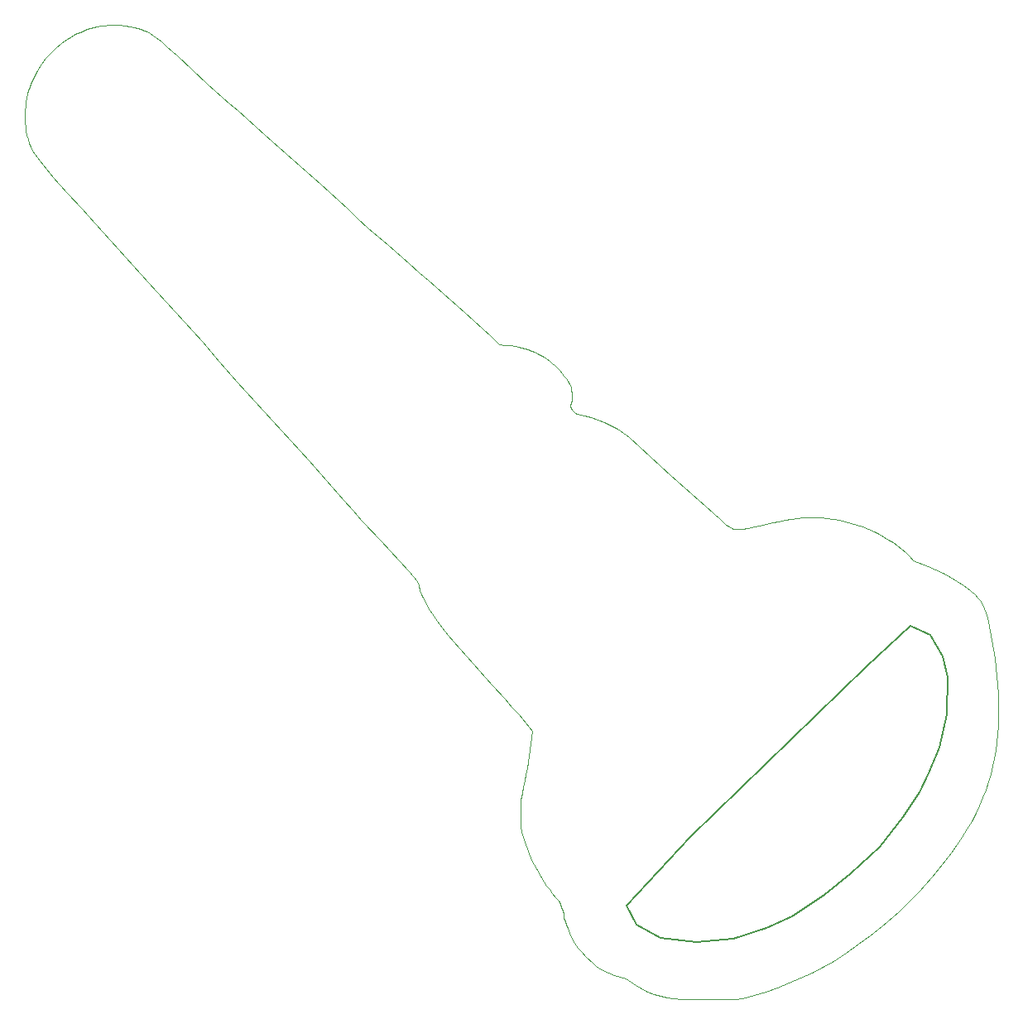
<source format=gbr>
%TF.GenerationSoftware,KiCad,Pcbnew,7.0.2*%
%TF.CreationDate,2023-05-28T20:46:54-05:00*%
%TF.ProjectId,torch-lts,746f7263-682d-46c7-9473-2e6b69636164,1.0*%
%TF.SameCoordinates,Original*%
%TF.FileFunction,Profile,NP*%
%FSLAX46Y46*%
G04 Gerber Fmt 4.6, Leading zero omitted, Abs format (unit mm)*
G04 Created by KiCad (PCBNEW 7.0.2) date 2023-05-28 20:46:54*
%MOMM*%
%LPD*%
G01*
G04 APERTURE LIST*
%TA.AperFunction,Profile*%
%ADD10C,0.100000*%
%TD*%
%TA.AperFunction,Profile*%
%ADD11C,0.150000*%
%TD*%
G04 APERTURE END LIST*
D10*
X135067850Y-130593500D02*
X135043250Y-131260400D01*
D11*
X171825000Y-134775000D02*
X168875000Y-137450000D01*
D10*
X140322950Y-90047300D02*
X140246050Y-89893900D01*
X94597550Y-50780731D02*
X94031780Y-50725538D01*
X150412750Y-96740500D02*
X148266550Y-94818700D01*
X139275850Y-140944500D02*
X139370050Y-141294500D01*
X139289850Y-86299300D02*
X139055150Y-86029100D01*
X111761450Y-64448600D02*
X108921250Y-61938100D01*
X97471850Y-51761600D02*
X97169950Y-51574610D01*
X133460550Y-83454200D02*
X132925650Y-83393600D01*
X96540050Y-51252500D02*
X96210850Y-51121359D01*
X130823050Y-116721900D02*
X132132450Y-118195800D01*
X183670850Y-124879000D02*
X183784550Y-124061000D01*
X122678650Y-105491700D02*
X123612650Y-106539100D01*
X136669950Y-136994100D02*
X137171050Y-137867100D01*
X136221250Y-136093000D02*
X136669950Y-136994100D01*
X85613810Y-64270800D02*
X85879500Y-64612800D01*
X137171050Y-137867100D02*
X137723150Y-138709200D01*
X116985150Y-99281700D02*
X117917550Y-100331200D01*
X146083650Y-148394800D02*
X146348450Y-148541800D01*
X123627650Y-75049900D02*
X121530650Y-73232000D01*
X157699150Y-102236600D02*
X157059150Y-102292400D01*
X123612650Y-106539100D02*
X124527950Y-107602600D01*
X163345650Y-101128500D02*
X162728850Y-101222000D01*
D11*
X168875000Y-137450000D02*
X166150000Y-139650000D01*
D10*
X175873950Y-139209300D02*
X176373650Y-138635400D01*
X172605150Y-142377700D02*
X173178450Y-141880000D01*
X179711550Y-107562200D02*
X178991150Y-107145300D01*
X140868250Y-90516900D02*
X140708650Y-90422100D01*
X106062550Y-87157200D02*
X107884550Y-89177800D01*
X143802950Y-147533700D02*
X144085350Y-147644900D01*
X97765850Y-51963220D02*
X97471850Y-51761600D01*
X169481650Y-101805800D02*
X168887150Y-101617400D01*
X148729350Y-149832000D02*
X149399350Y-150039900D01*
X91411070Y-50942323D02*
X91050570Y-51038619D01*
X138975250Y-140290100D02*
X139069350Y-140446100D01*
X141719650Y-145912400D02*
X142532150Y-146723900D01*
D11*
X176850000Y-127225000D02*
X175900000Y-129175000D01*
D10*
X142993350Y-91043300D02*
X142295150Y-90822200D01*
X140429850Y-90186800D02*
X140322950Y-90047300D01*
X183784550Y-124061000D02*
X183870250Y-123237700D01*
X125703450Y-76891200D02*
X124670350Y-75965200D01*
X168285350Y-101453800D02*
X167677650Y-101315800D01*
X90695110Y-51150509D02*
X90345100Y-51277560D01*
D11*
X146975000Y-142750000D02*
X145900000Y-140800000D01*
D10*
X156102650Y-101790200D02*
X155824950Y-101547800D01*
X136091150Y-124179600D02*
X135938050Y-125447600D01*
X125526350Y-110117600D02*
X125755450Y-110507000D01*
X134582250Y-83552100D02*
X134019650Y-83491000D01*
X183781550Y-117267400D02*
X183683850Y-116376600D01*
X84573185Y-58124540D02*
X84496026Y-58542020D01*
X127647550Y-113057600D02*
X128232250Y-113744700D01*
X159595150Y-101883700D02*
X158965850Y-102022400D01*
X139069350Y-140446100D02*
X139149450Y-140607700D01*
X161482650Y-101459200D02*
X160852250Y-101592200D01*
X175360050Y-139769200D02*
X175873950Y-139209300D01*
X88690630Y-67846100D02*
X90152080Y-69414800D01*
X92518650Y-50751308D02*
X92145520Y-50798238D01*
X165207750Y-101034400D02*
X164586150Y-101035500D01*
X138325050Y-139517800D02*
X138644150Y-139908600D01*
X95520950Y-50928824D02*
X95158950Y-50871409D01*
X145275550Y-92193900D02*
X144969550Y-91992600D01*
X141323650Y-145491400D02*
X141719650Y-145912400D01*
X170829650Y-143806300D02*
X172022050Y-142864300D01*
X136154550Y-84006800D02*
X135818750Y-83883300D01*
X108921250Y-61938100D02*
X106094350Y-59418960D01*
X183150850Y-127307900D02*
X183355150Y-126501800D01*
X140208650Y-87727800D02*
X140091050Y-87424900D01*
X177847750Y-136976700D02*
X178515450Y-136156100D01*
X140326650Y-88367100D02*
X140286150Y-88043100D01*
X175186150Y-105450200D02*
X174849050Y-105025300D01*
X170644850Y-102254200D02*
X170067950Y-102018400D01*
X101450350Y-55251960D02*
X99907450Y-53864640D01*
X139370050Y-141294500D02*
X139447650Y-141651700D01*
X132044250Y-82557700D02*
X131152150Y-81733200D01*
X128232250Y-113744700D02*
X130823050Y-116721900D01*
X85879500Y-64612800D02*
X86550660Y-65447600D01*
X120776150Y-103426200D02*
X122678650Y-105491700D01*
X171211250Y-102512700D02*
X170644850Y-102254200D01*
X173177650Y-103632400D02*
X172711450Y-103340100D01*
X135127850Y-83685800D02*
X134858450Y-83606900D01*
X132132450Y-118195800D02*
X133461550Y-119642200D01*
X164586150Y-101035500D02*
X163965050Y-101066600D01*
X124641550Y-108045400D02*
X124778350Y-108478200D01*
X121530650Y-73232000D02*
X119447350Y-71398500D01*
X140308850Y-89026600D02*
X140333150Y-88696100D01*
X91776190Y-50862053D02*
X91411070Y-50942323D01*
X107884550Y-89177800D02*
X109715150Y-91189800D01*
X92145520Y-50798238D02*
X91776190Y-50862053D01*
D11*
X178275000Y-115250000D02*
X178750000Y-117425000D01*
D10*
X115189450Y-97239100D02*
X116985150Y-99281700D01*
D11*
X177925000Y-124575000D02*
X176850000Y-127225000D01*
X174950000Y-112200000D02*
X177025000Y-113100000D01*
D10*
X125312550Y-109720500D02*
X125526350Y-110117600D01*
X140286150Y-88043100D02*
X140208650Y-87727800D01*
X139512750Y-86579800D02*
X139289850Y-86299300D01*
X135476350Y-83776100D02*
X135127850Y-83685800D01*
X118421850Y-70463900D02*
X117412750Y-69510800D01*
X96210850Y-51121359D02*
X95871350Y-51012803D01*
D11*
X162875000Y-141875000D02*
X160225000Y-143100000D01*
D10*
X140206750Y-89547100D02*
X140256850Y-89354800D01*
X135942150Y-122478500D02*
X136254550Y-122913100D01*
X140075550Y-143588100D02*
X140187150Y-143851800D01*
X173178450Y-141880000D02*
X173741350Y-141370700D01*
X181204450Y-132114500D02*
X181620250Y-131313500D01*
X135850650Y-126079800D02*
X135748250Y-126709800D01*
X125998050Y-110889100D02*
X126517450Y-111633700D01*
X182950150Y-111736300D02*
X182831950Y-111275700D01*
X85124847Y-56340970D02*
X84984625Y-56687140D01*
X89663070Y-51575450D02*
X89331880Y-51745420D01*
X139737250Y-142706300D02*
X139904950Y-143032200D01*
X124778350Y-108478200D02*
X124936850Y-108901300D01*
X179138350Y-135340600D02*
X179717550Y-134529300D01*
X135332950Y-128608600D02*
X135215750Y-129265600D01*
X139904950Y-143032200D02*
X139981050Y-143315100D01*
X85279187Y-56000930D02*
X85124847Y-56340970D01*
X171766050Y-102793000D02*
X171211250Y-102512700D01*
X140091050Y-87424900D02*
X139930350Y-87137800D01*
X84372680Y-60250000D02*
X84391772Y-60679200D01*
X135748250Y-126709800D02*
X135624850Y-127336400D01*
X84652802Y-57758140D02*
X84573185Y-58124540D01*
X135486850Y-134217800D02*
X135826450Y-135166700D01*
X138644150Y-139908600D02*
X138975250Y-140290100D01*
X137723150Y-138709200D02*
X138017950Y-139117900D01*
X144969550Y-91992600D02*
X144335250Y-91627500D01*
X127071550Y-112355300D02*
X127647550Y-113057600D01*
D11*
X145900000Y-140800000D02*
X152462501Y-133762499D01*
D10*
X138017950Y-139117900D02*
X138325050Y-139517800D01*
X151479150Y-150338600D02*
X152183050Y-150325600D01*
X84374281Y-59820260D02*
X84372680Y-60250000D01*
X134170250Y-120452400D02*
X134899950Y-121248200D01*
X124936850Y-108901300D02*
X125115450Y-109315300D01*
X155824950Y-101547800D02*
X155290150Y-101027700D01*
X177494350Y-106410400D02*
X176728250Y-106078300D01*
X154963350Y-150331600D02*
X156352650Y-150325600D01*
X176728250Y-106078300D02*
X175186150Y-105450200D01*
X106094350Y-59418960D02*
X105299250Y-58747900D01*
X84689495Y-62360200D02*
X84822872Y-62764200D01*
X135608750Y-122058600D02*
X135942150Y-122478500D01*
X183870250Y-123237700D02*
X183929150Y-122408400D01*
D11*
X166150000Y-139650000D02*
X162875000Y-141875000D01*
D10*
X85447230Y-55667460D02*
X85279187Y-56000930D01*
D11*
X149375000Y-144100000D02*
X146975000Y-142750000D01*
D10*
X139055150Y-86029100D02*
X138809150Y-85769800D01*
X113374550Y-95214000D02*
X115189450Y-97239100D01*
X84432278Y-61106200D02*
X84494919Y-61529800D01*
X146348450Y-148541800D02*
X146602050Y-148709900D01*
X183962250Y-121572300D02*
X183970850Y-120728900D01*
X162543150Y-148659000D02*
X163705250Y-148148300D01*
X85628570Y-55340980D02*
X85447230Y-55667460D01*
X84822872Y-62764200D02*
X84981270Y-63158700D01*
X162728850Y-101222000D02*
X162115950Y-101347700D01*
X180406350Y-108021200D02*
X179711550Y-107562200D01*
X148077450Y-149572200D02*
X148729350Y-149832000D01*
X95871350Y-51012803D02*
X95520950Y-50928824D01*
X137719750Y-84851200D02*
X137423350Y-84653700D01*
X182687850Y-110820600D02*
X182514150Y-110376700D01*
X145809750Y-148265000D02*
X146083650Y-148394800D01*
X137423350Y-84653700D02*
X137118250Y-84470000D01*
X173741350Y-141370700D02*
X174293050Y-140849500D01*
X165980850Y-147023000D02*
X167094050Y-146415400D01*
X86478600Y-54113600D02*
X86029480Y-54710730D01*
X156352650Y-150325600D02*
X157045150Y-150307600D01*
X131152150Y-81733200D02*
X129345050Y-80109000D01*
X135043250Y-131260400D02*
X135055650Y-131926600D01*
X167677650Y-101315800D02*
X167064850Y-101204100D01*
X124527950Y-107602600D02*
X124641550Y-108045400D01*
X183955950Y-119877300D02*
X183918650Y-119017000D01*
X84984625Y-56687140D02*
X84858935Y-57039010D01*
X89007790Y-51928830D02*
X88691210Y-52125260D01*
X173631050Y-103942900D02*
X173177650Y-103632400D01*
X155290150Y-101027700D02*
X155019450Y-100776000D01*
X183929150Y-122408400D02*
X183962250Y-121572300D01*
X98875250Y-52876340D02*
X98332650Y-52402430D01*
X181265650Y-108674400D02*
X181070550Y-108529500D01*
X181448250Y-108830100D02*
X181265650Y-108674400D01*
X143527350Y-147410400D02*
X143802950Y-147533700D01*
X156712850Y-102175400D02*
X156396350Y-102003700D01*
D11*
X160225000Y-143100000D02*
X156825000Y-144150000D01*
X178675000Y-121250000D02*
X177925000Y-124575000D01*
D10*
X142532150Y-146723900D02*
X142760950Y-146931900D01*
X179717550Y-134529300D02*
X180254150Y-133721700D01*
X87247610Y-66260900D02*
X87963290Y-67058400D01*
X157059150Y-102292400D02*
X156881850Y-102241500D01*
X136254550Y-122913100D02*
X136091150Y-124179600D01*
X84748190Y-57396150D02*
X84652802Y-57758140D01*
X145242350Y-148042800D02*
X145809750Y-148265000D01*
D11*
X174175000Y-131700000D02*
X171825000Y-134775000D01*
D10*
X174064950Y-104275800D02*
X173631050Y-103942900D01*
X135203750Y-133249000D02*
X135338150Y-133735700D01*
X156881850Y-102241500D02*
X156712850Y-102175400D01*
X144662250Y-147845900D02*
X145242350Y-148042800D01*
X135055650Y-131926600D02*
X135108050Y-132590200D01*
X139447650Y-141651700D02*
X139524250Y-142010000D01*
X165828850Y-101062600D02*
X165207750Y-101034400D01*
X84858935Y-57039010D02*
X84748190Y-57396150D01*
X177134250Y-137802900D02*
X177847750Y-136976700D01*
X91575440Y-71013400D02*
X97020750Y-77041300D01*
X89331880Y-51745420D02*
X89007790Y-51928830D01*
X181777750Y-109170900D02*
X181618750Y-108995800D01*
X95158950Y-50871409D02*
X94597550Y-50780731D01*
X135624850Y-127336400D02*
X135474750Y-127958800D01*
X140455450Y-144354000D02*
X140609450Y-144593700D01*
X182307050Y-109950000D02*
X182062750Y-109546100D01*
X183528050Y-125692400D02*
X183670850Y-124879000D01*
X90345100Y-51277560D02*
X90000950Y-51419360D01*
X182514150Y-110376700D02*
X182307050Y-109950000D01*
X135474750Y-127958800D02*
X135332950Y-128608600D01*
X180749450Y-132917000D02*
X181204450Y-132114500D01*
X90000950Y-51419360D02*
X89663070Y-51575450D01*
X182062750Y-109546100D02*
X181777750Y-109170900D01*
X178250450Y-106763700D02*
X177494350Y-106410400D01*
X181620250Y-131313500D02*
X181997950Y-130513400D01*
X137118250Y-84470000D02*
X136804750Y-84300600D01*
X90872050Y-70207500D02*
X91575440Y-71013400D01*
X158965850Y-102022400D02*
X158334250Y-102143400D01*
X139723350Y-86870300D02*
X139512750Y-86579800D01*
X149399350Y-150039900D02*
X150083450Y-150194600D01*
X140708650Y-90422100D02*
X140560450Y-90311900D01*
X109715150Y-91189800D02*
X113374550Y-95214000D01*
X181618750Y-108995800D02*
X181448250Y-108830100D01*
X135108050Y-132590200D02*
X135203750Y-133249000D01*
X124670350Y-75965200D02*
X123627650Y-75049900D01*
X86029480Y-54710730D02*
X85628570Y-55340980D01*
X183288250Y-113632500D02*
X182950150Y-111736300D01*
X92895160Y-50721694D02*
X92895160Y-50721694D01*
X146602050Y-148709900D02*
X146842650Y-148902600D01*
X156396350Y-102003700D02*
X156102650Y-101790200D01*
D11*
X156825000Y-144150000D02*
X153075000Y-144500000D01*
D10*
X144335250Y-91627500D02*
X143674950Y-91311400D01*
X138007050Y-85062100D02*
X137719750Y-84851200D01*
X88691210Y-52125260D02*
X88082250Y-52555440D01*
X140333150Y-88696100D02*
X140326650Y-88367100D01*
X117917550Y-100331200D02*
X118863850Y-101368700D01*
X183568350Y-115474300D02*
X183288250Y-113632500D01*
X85376020Y-63913500D02*
X85613810Y-64270800D01*
X97169950Y-51574610D02*
X96859550Y-51404250D01*
X163965050Y-101066600D02*
X163345650Y-101128500D01*
X174473150Y-104635200D02*
X174064950Y-104275800D01*
X135215750Y-129265600D02*
X135126450Y-129927900D01*
X84395853Y-59391360D02*
X84374281Y-59820260D01*
X84981270Y-63158700D02*
X85165411Y-63542300D01*
X126517450Y-111633700D02*
X127071550Y-112355300D01*
X133461550Y-119642200D02*
X134170250Y-120452400D01*
X84496026Y-58542020D02*
X84436675Y-58964780D01*
X147447250Y-149262000D02*
X148077450Y-149572200D01*
X172711450Y-103340100D02*
X171766050Y-102793000D01*
X157045150Y-150307600D02*
X157735650Y-150274600D01*
X93463650Y-50705853D02*
X92895160Y-50721694D01*
X132925650Y-83393600D02*
X132044250Y-82557700D01*
X139930350Y-87137800D02*
X139723350Y-86870300D01*
X102472650Y-83064100D02*
X104256350Y-85121500D01*
X182914050Y-128111400D02*
X183150850Y-127307900D01*
D11*
X153075000Y-144500000D02*
X149375000Y-144100000D01*
D10*
X170067950Y-102018400D02*
X169481650Y-101805800D01*
X154737250Y-100546900D02*
X150412750Y-96740500D01*
X163705250Y-148148300D02*
X164851150Y-147601800D01*
X96859550Y-51404250D02*
X96540050Y-51252500D01*
X162115950Y-101347700D02*
X161482650Y-101459200D01*
X178515450Y-136156100D02*
X179138350Y-135340600D01*
X87963290Y-67058400D02*
X88690630Y-67846100D01*
X183860150Y-118147300D02*
X183781550Y-117267400D01*
X135126450Y-129927900D02*
X135067850Y-130593500D01*
X99398550Y-53369050D02*
X98875250Y-52876340D01*
X129345050Y-80109000D02*
X125703450Y-76891200D01*
X88082250Y-52555440D02*
X87508290Y-53032520D01*
X97020750Y-77041300D02*
X102472650Y-83064100D01*
X125115450Y-109315300D02*
X125312550Y-109720500D01*
X114597750Y-66967300D02*
X111761450Y-64448600D01*
X136804750Y-84300600D02*
X136483350Y-84146000D01*
X85165411Y-63542300D02*
X85376020Y-63913500D01*
D11*
X177025000Y-113100000D02*
X178275000Y-115250000D01*
X175900000Y-129175000D02*
X174175000Y-131700000D01*
D10*
X146842650Y-148902600D02*
X147447250Y-149262000D01*
X174293050Y-140849500D02*
X174832850Y-140315800D01*
X134019650Y-83491000D02*
X133460550Y-83454200D01*
X94031780Y-50725538D02*
X93463650Y-50705853D01*
X172022050Y-142864300D02*
X172605150Y-142377700D01*
X158334250Y-102143400D02*
X157699150Y-102236600D01*
X168359850Y-145578100D02*
X169606950Y-144709700D01*
X160852250Y-101592200D02*
X159595150Y-101883700D01*
X139524250Y-142010000D02*
X139615550Y-142363600D01*
X118863850Y-101368700D02*
X120776150Y-103426200D01*
X104517050Y-58061990D02*
X102977950Y-56662030D01*
X136483350Y-84146000D02*
X136154550Y-84006800D01*
X182643750Y-128913100D02*
X182914050Y-128111400D01*
X161364950Y-149130500D02*
X162543150Y-148659000D01*
X160170950Y-149559300D02*
X161364950Y-149130500D01*
X86972640Y-53553060D02*
X86478600Y-54113600D01*
X144085350Y-147644900D02*
X144662250Y-147845900D01*
X142760950Y-146931900D02*
X143004350Y-147113200D01*
X119447350Y-71398500D02*
X118421850Y-70463900D01*
X158961150Y-149941900D02*
X160170950Y-149559300D01*
X134858450Y-83606900D02*
X134582250Y-83552100D01*
X157735650Y-150274600D02*
X158961150Y-149941900D01*
X140187150Y-143851800D02*
X140314250Y-144106900D01*
D11*
X152462501Y-133762499D02*
X170438032Y-116328979D01*
D10*
X105299250Y-58747900D02*
X104517050Y-58061990D01*
X138284650Y-85285800D02*
X138007050Y-85062100D01*
X104256350Y-85121500D02*
X106062550Y-87157200D01*
X174849050Y-105025300D02*
X174473150Y-104635200D01*
X140246050Y-89893900D02*
X140205250Y-89727000D01*
X176373650Y-138635400D02*
X177134250Y-137802900D01*
X135818750Y-83883300D02*
X135476350Y-83776100D01*
X146141250Y-92874000D02*
X145861950Y-92634500D01*
X139615550Y-142363600D02*
X139737250Y-142706300D01*
X180742550Y-108268800D02*
X180406350Y-108021200D01*
X150083450Y-150194600D02*
X150777950Y-150294600D01*
D11*
X178750000Y-117425000D02*
X178675000Y-121250000D01*
D10*
X140560450Y-90311900D02*
X140429850Y-90186800D01*
X143674950Y-91311400D02*
X142993350Y-91043300D01*
X142295150Y-90822200D02*
X141585250Y-90647100D01*
X139149450Y-140607700D02*
X139275850Y-140944500D01*
X84494919Y-61529800D02*
X84580418Y-61948200D01*
X135938050Y-125447600D02*
X135850650Y-126079800D01*
X174832850Y-140315800D02*
X175360050Y-139769200D01*
X87508290Y-53032520D02*
X86972640Y-53553060D01*
X140609450Y-144593700D02*
X140949750Y-145053500D01*
X183918650Y-119017000D02*
X183860150Y-118147300D01*
X148266550Y-94818700D02*
X146141250Y-92874000D01*
X150777950Y-150294600D02*
X151479150Y-150338600D01*
X135826450Y-135166700D02*
X136221250Y-136093000D01*
X143260550Y-147271500D02*
X143527350Y-147410400D01*
X84391772Y-60679200D02*
X84432278Y-61106200D01*
X125755450Y-110507000D02*
X125998050Y-110889100D01*
X140205250Y-89727000D02*
X140206750Y-89547100D01*
X84436675Y-58964780D02*
X84395853Y-59391360D01*
X183683850Y-116376600D02*
X183568350Y-115474300D01*
X178991150Y-107145300D02*
X178250450Y-106763700D01*
X139981050Y-143315100D02*
X140075550Y-143588100D01*
X91050570Y-51038619D02*
X90695110Y-51150509D01*
X99907450Y-53864640D02*
X99398550Y-53369050D01*
X166448250Y-101119500D02*
X165828850Y-101062600D01*
X180254150Y-133721700D02*
X180749450Y-132917000D01*
X145573150Y-92407800D02*
X145275550Y-92193900D01*
X145861950Y-92634500D02*
X145573150Y-92407800D01*
X134899950Y-121248200D02*
X135608750Y-122058600D01*
X164851150Y-147601800D02*
X165980850Y-147023000D01*
X138809150Y-85769800D02*
X138552150Y-85521800D01*
X90152080Y-69414800D02*
X90872050Y-70207500D01*
X153572050Y-150321600D02*
X154963350Y-150331600D01*
X183970850Y-120728900D02*
X183955950Y-119877300D01*
X141585250Y-90647100D02*
X140868250Y-90516900D01*
X167094050Y-146415400D02*
X168359850Y-145578100D01*
D11*
X170438032Y-116328979D02*
X174950000Y-112200000D01*
D10*
X183355150Y-126501800D02*
X183528050Y-125692400D01*
X98332650Y-52402430D02*
X97765850Y-51963220D01*
X182338750Y-129713500D02*
X182643750Y-128913100D01*
X86550660Y-65447600D02*
X87247610Y-66260900D01*
X152183050Y-150325600D02*
X153572050Y-150321600D01*
X167064850Y-101204100D02*
X166448250Y-101119500D01*
X140314250Y-144106900D02*
X140455450Y-144354000D01*
X135338150Y-133735700D02*
X135486850Y-134217800D01*
X181070550Y-108529500D02*
X180742550Y-108268800D01*
X181997950Y-130513400D02*
X182338750Y-129713500D01*
X168887150Y-101617400D02*
X168285350Y-101453800D01*
X140949750Y-145053500D02*
X141323650Y-145491400D01*
X155019450Y-100776000D02*
X154737250Y-100546900D01*
X92895160Y-50721694D02*
X92895160Y-50721694D01*
X117412750Y-69510800D02*
X114597750Y-66967300D01*
X102977950Y-56662030D02*
X101450350Y-55251960D01*
X143004350Y-147113200D02*
X143260550Y-147271500D01*
X84580418Y-61948200D02*
X84689495Y-62360200D01*
X169606950Y-144709700D02*
X170829650Y-143806300D01*
X182831950Y-111275700D02*
X182687850Y-110820600D01*
X138552150Y-85521800D02*
X138284650Y-85285800D01*
X140256850Y-89354800D02*
X140308850Y-89026600D01*
X92895160Y-50721694D02*
X92518650Y-50751308D01*
M02*

</source>
